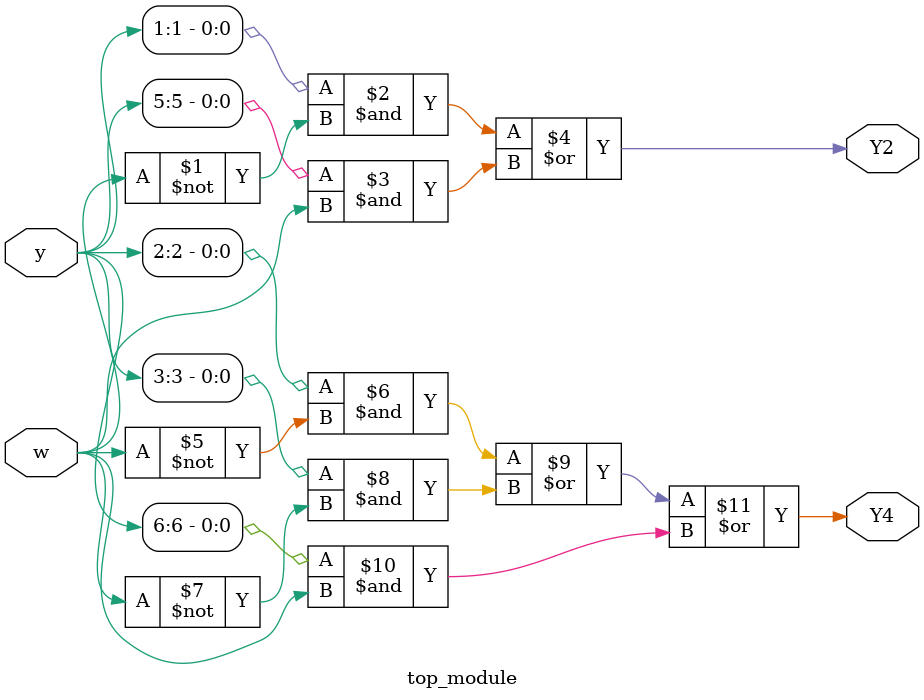
<source format=sv>
module top_module (
    input [6:1] y,
    input w,
    output Y2,
    output Y4
);

// Next-state logic for y[2] (state B and state E)
assign Y2 = (y[1] & ~w) | (y[5] & w);

// Next-state logic for y[4] (state C, state D, and state F)
assign Y4 = (y[2] & ~w) | (y[3] & ~w) | (y[6] & w);

endmodule

</source>
